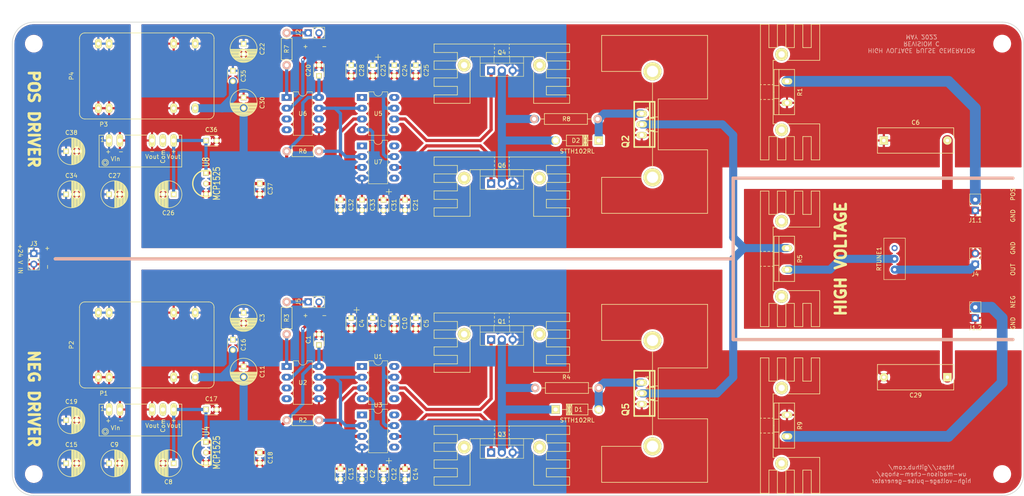
<source format=kicad_pcb>
(kicad_pcb (version 20211014) (generator pcbnew)
  (title_block (title "Pulse Generator, 500 V") (date "2022-05-18") (rev "C") (company "University of Wisconsin-Madison") (comment 1 "Department of Chemistry") (comment 2 "Garand Group") (comment 3 "Blaise Thompson") (comment 4 "Adapted from Nathan M. Hoffman"))
  (layers (0 "F.Cu" signal) (31 "B.Cu" signal) (34 "B.Paste" user) (35 "F.Paste" user) (36 "B.SilkS" user "B.Silkscreen") (37 "F.SilkS" user "F.Silkscreen") (38 "B.Mask" user) (39 "F.Mask" user) (44 "Edge.Cuts" user))
  (net 0 "")
  (net 1 "GND")
  (net 2 "Net-(D2-Pad1)")
  (net 3 "Net-(J4-Pad1)")
  (net 4 "Net-(Q2-Pad2)")
  (net 5 "Net-(R6-Pad1)")
  (net 6 "Net-(R7-Pad1)")
  (net 7 "Net-(R5-Pad1)")
  (net 8 "/sheet5F874D32/COM")
  (net 9 "/Sheet5F8C1FCD/COM")
  (net 10 "+VDC")
  (net 11 "-VDC")
  (net 12 "/sheet5F874D32/TTL-")
  (net 13 "/Sheet5F8C1FCD/TTL-")
  (net 14 "/Sheet5F8C1FCD/-15V")
  (net 15 "/Sheet5F8C1FCD/+15V")
  (net 16 "/Sheet5F8C1FCD/+2P5V")
  (net 17 "Net-(R2-Pad1)")
  (net 18 "/sheet5F874D32/-15V")
  (net 19 "/sheet5F874D32/+15V")
  (net 20 "/sheet5F874D32/+2P5V")
  (net 21 "/sheet5F874D32/TTL+")
  (net 22 "+24V")
  (net 23 "GNDPWR")
  (net 24 "/Sheet5F8C1FCD/TTL+")
  (net 25 "/sheet5F874D32/GATE")
  (net 26 "/Sheet5F8C1FCD/GATE")
  (net 27 "/Sheet5F8C1FCD/+5V")
  (net 28 "Net-(R3-Pad1)")
  (net 29 "/sheet5F874D32/+5V")
  (net 30 "Net-(Q1-Pad1)")
  (net 31 "Net-(Q3-Pad1)")
  (net 32 "Net-(Q4-Pad1)")
  (net 33 "Net-(Q6-Pad1)")
  (net 34 "Net-(D1-Pad2)")
  (footprint "hvhf:ECW-FA2J(10-68)4J" (layer "F.Cu") (at 226.06 48.26)
    (fp_text reference "C6")
    (fp_text value "0.22uF")
  )
  (footprint "hvhf:ECW-FA2J(10-68)4J" (layer "F.Cu") (at 241.06 104.14 180)
    (fp_text reference "C29")
    (fp_text value "0.22uF")
  )
  (footprint "Connector_PinHeader_2.54mm:PinHeader_1x02_P2.54mm_Vertical" (layer "F.Cu") (at 25.4 74.93)
    (fp_text reference "J3")
    (fp_text value "Pin1=24V Pin2=GND")
  )
  (footprint "Connector_PinHeader_2.54mm:PinHeader_1x02_P2.54mm_Vertical" (layer "F.Cu") (at 247.65 77.47 180)
    (fp_text reference "J4")
    (fp_text value "CONN_01X02")
  )
  (footprint "hvhf:Resistor_TO-220_Vertical" (layer "F.Cu") (at 203.2 36.83 90)
    (fp_text reference "R1")
    (fp_text value "50")
  )
  (footprint "hvhf:Resistor_TO-220_Vertical" (layer "F.Cu") (at 203.2 76.2 90)
    (fp_text reference "R5")
    (fp_text value "100")
  )
  (footprint "hvhf:Resistor_TO-220_Vertical" (layer "F.Cu") (at 203.2 115.57 90)
    (fp_text reference "R9")
    (fp_text value "50")
  )
  (footprint "User_Defined:Heatsink_Assmann_V5229x_32x14mm" (layer "F.Cu") (at 201.93 36.83 90)
    (fp_text reference "REF**" hide)
    (fp_text value "Heatsink_Assmann_V5229x_32x14mm")
  )
  (footprint "User_Defined:Heatsink_Assmann_V5229x_32x14mm" (layer "F.Cu") (at 201.93 115.57 90)
    (fp_text reference "REF**" hide)
    (fp_text value "Heatsink_Assmann_V5229x_32x14mm" hide)
  )
  (footprint "User_Defined:Heatsink_Assmann_V5229x_32x14mm" (layer "F.Cu") (at 135.89 93.98)
    (fp_text reference "REF**" hide)
    (fp_text value "Heatsink_Assmann_V5229x_32x14mm")
  )
  (footprint "User_Defined:Heatsink_Ohmite_R_Series-42x25mm" (layer "F.Cu") (at 171.45 107.95 -90)
    (fp_text reference "REF**" hide)
    (fp_text value "Heatsink_Ohmite_R_Series-42x25mm")
  )
  (footprint "MountingHole:MountingHole_3.2mm_M3" (layer "F.Cu") (at 254 127)
    (fp_text reference "REF**" hide)
    (fp_text value "MountingHole_3.2mm_M3" hide)
  )
  (footprint "Package_DIP:DIP-8_W7.62mm_LongPads" (layer "F.Cu") (at 102.87 101.6)
    (fp_text reference "U1")
    (fp_text value "LM7171")
  )
  (footprint "Package_DIP:DIP-8_W7.62mm_LongPads" (layer "F.Cu") (at 85.09 101.6)
    (fp_text reference "U2")
    (fp_text value "ICPL2631")
  )
  (footprint "Potentiometer_THT:Potentiometer_Bourns_3296W_Vertical" (layer "F.Cu") (at 228.6 73.66 90)
    (fp_text reference "RTUNE1")
    (fp_text value "200")
  )
  (footprint "hvhf:C_Tantalum_D3_P2.5" (layer "F.Cu") (at 100.33 90.17 -90)
    (fp_text reference "C4")
    (fp_text value "2.2uF" hide)
  )
  (footprint "hvhf:C_Tantalum_D3_P2.5" (layer "F.Cu") (at 107.95 125.77 -90)
    (fp_text reference "C12")
    (fp_text value "2.2uF" hide)
  )
  (footprint "hvhf:C_Disc_D3_P2.5" (layer "F.Cu") (at 66.04 111.76)
    (fp_text reference "C17")
    (fp_text value "0.1uF")
  )
  (footprint "hvhf:C_Disc_D3_P2.5" (layer "F.Cu") (at 113.03 125.77 -90)
    (fp_text reference "C14")
    (fp_text value "0.01uF")
  )
  (footprint "hvhf:C_Disc_D3_P2.5" (layer "F.Cu") (at 72.39 95.25 -90)
    (fp_text reference "C16")
    (fp_text value "0.01uF")
  )
  (footprint "hvhf:C_Disc_D3_P2.5" (layer "F.Cu") (at 92.71 96.52 90)
    (fp_text reference "C1")
    (fp_text value "0.1uF")
  )
  (footprint "hvhf:C_Disc_D3_P2.5" (layer "F.Cu") (at 97.79 125.73 -90)
    (fp_text reference "C13")
    (fp_text value "1uF")
  )
  (footprint "hvhf:C_Disc_D3_P2.5" (layer "F.Cu") (at 102.87 125.73 -90)
    (fp_text reference "C2")
    (fp_text value "0.01uF")
  )
  (footprint "hvhf:C_Disc_D3_P2.5" (layer "F.Cu") (at 115.57 90.21 -90)
    (fp_text reference "C5")
    (fp_text value "1uF")
  )
  (footprint "MountingHole:MountingHole_3.2mm_M3" (layer "F.Cu") (at 254 25.4)
    (fp_text reference "REF**" hide)
    (fp_text value "MountingHole_3.2mm_M3" hide)
  )
  (footprint "MountingHole:MountingHole_3.2mm_M3" (layer "F.Cu") (at 25.4 127)
    (fp_text reference "REF**" hide)
    (fp_text value "MountingHole_3.2mm_M3" hide)
  )
  (footprint "hvhf:C_Radial_D6.3_L11.2_P2.5" (layer "F.Cu") (at 74.93 88.9 -90)
    (fp_text reference "C3")
    (fp_text value "100uF")
  )
  (footprint "hvhf:C_Radial_D6.3_L11.2_P2.5" (layer "F.Cu") (at 58.42 124.46 180)
    (fp_text reference "C8")
    (fp_text value "100uF")
  )
  (footprint "hvhf:C_Radial_D6.3_L11.2_P2.5" (layer "F.Cu") (at 43.18 124.46)
    (fp_text reference "C9")
    (fp_text value "100uF")
  )
  (footprint "hvhf:C_Radial_D6.3_L11.2_P2.5" (layer "F.Cu") (at 74.93 101.6 -90)
    (fp_text reference "C11")
    (fp_text value "100uF")
  )
  (footprint "hvhf:C_Radial_D6.3_L11.2_P2.5" (layer "F.Cu") (at 33.02 124.46)
    (fp_text reference "C15")
    (fp_text value "100uF")
  )
  (footprint "hvhf:C_Disc_D3_P2.5" (layer "F.Cu") (at 78.74 121.92 -90)
    (fp_text reference "C18")
    (fp_text value "10uF")
  )
  (footprint "hvhf:C_Radial_D6.3_L11.2_P2.5" (layer "F.Cu") (at 33.02 114.3)
    (fp_text reference "C19")
    (fp_text value "100uF")
  )
  (footprint "hvhf:Resistor_Horizontal_RM7mm" (layer "F.Cu") (at 92.71 114.3 180)
    (fp_text reference "R2")
    (fp_text value "365")
  )
  (footprint "hvhf:Resistor_Horizontal_RM7mm" (layer "F.Cu") (at 85.09 93.98 90)
    (fp_text reference "R3")
    (fp_text value "365")
  )
  (footprint "hvhf:TO92-MCP1525" (layer "F.Cu") (at 66.04 121.92 90)
    (fp_text reference "U4")
    (fp_text value "MCP1525")
  )
  (footprint "hvhf:TO92-MCP1525" (layer "F.Cu") (at 66.04 58.42 90)
    (fp_text reference "U8")
    (fp_text value "MCP1525")
  )
  (footprint "hvhf:FQP4N20L" (layer "F.Cu") (at 168.91 107.95 -90)
    (fp_text reference "Q5")
    (fp_text value "FQP13N50" hide)
  )
  (footprint "hvhf:FQP3P20" (layer "F.Cu") (at 168.91 44.45 -90)
    (fp_text reference "Q2")
    (fp_text value "FQP3P50" hide)
  )
  (footprint "User_Defined:Heatsink_Ohmite_R_Series-42x25mm" (layer "F.Cu") (at 171.45 44.45 -90)
    (fp_text reference "REF**" hide)
    (fp_text value "Heatsink_Ohmite_R_Series-42x25mm")
  )
  (footprint "hvhf:C_Disc_D3_P2.5" (layer "F.Cu") (at 66.04 48.3)
    (fp_text reference "C36")
    (fp_text value "0.1uF")
  )
  (footprint "hvhf:DCDC-Conv_CUI_PEM2_DUAL" (layer "F.Cu") (at 43.18 111.76)
    (fp_text reference "P1")
    (fp_text value "PEM2-S24-S5-S")
  )
  (footprint "Connector_PinHeader_2.54mm:PinHeader_1x02_P2.54mm_Vertical" (layer "F.Cu") (at 90.17 86.36 90)
    (fp_text reference "J5")
    (fp_text value "Pin1=TTL Pin2=GND")
  )
  (footprint "User_Defined:Heatsink_Assmann_V5229x_32x14mm" (layer "F.Cu") (at 201.93 76.2 90)
    (fp_text reference "REF**" hide)
    (fp_text value "Heatsink_Assmann_V5229x_32x14mm")
  )
  (footprint "Package_DIP:DIP-8_W7.62mm_LongPads" (layer "F.Cu") (at 102.87 113.03)
    (fp_text reference "U3")
    (fp_text value "LM7171")
  )
  (footprint "hvhf:JCJ0824D15" (layer "F.Cu") (at 50.8 96.52 90)
    (fp_text reference "P2")
    (fp_text value "JCJ0824D15" hide)
  )
  (footprint "hvhf:C_Disc_D3_P2.5" (layer "F.Cu") (at 105.41 90.17 -90)
    (fp_text reference "C7")
    (fp_text value "0.01uF")
  )
  (footprint "hvhf:C_Disc_D3_P2.5" (layer "F.Cu") (at 110.49 90.17 -90)
    (fp_text reference "C10")
    (fp_text value "0.01uF")
  )
  (footprint "Package_TO_SOT_THT:TO-220-3_Vertical" (layer "F.Cu") (at 133.35 95.25)
    (fp_text reference "Q1")
    (fp_text value "IRF9610PBF")
  )
  (footprint "Package_TO_SOT_THT:TO-220-3_Vertical" (layer "F.Cu") (at 133.35 121.92)
    (fp_text reference "Q3")
    (fp_text value "IRF710PBF")
  )
  (footprint "hvhf:Diode_DO-41_SOD81_Horizontal_RM10" (layer "F.Cu") (at 148.59 111.76254)
    (fp_text reference "D1")
    (fp_text value "STTH102RL")
  )
  (footprint "hvhf:Resistor_Horizontal_RM15mm" (layer "F.Cu") (at 158.75 106.68 180)
    (fp_text reference "R4")
    (fp_text value "5.1")
  )
  (footprint "Connector_PinHeader_2.54mm:PinHeader_1x02_P2.54mm_Vertical" (layer "F.Cu") (at 247.65 90.17 180)
    (fp_text reference "J1.2")
    (fp_text value "Pin1=24V Pin2=GND")
  )
  (footprint "Connector_PinHeader_2.54mm:PinHeader_1x02_P2.54mm_Vertical" (layer "F.Cu") (at 247.65 64.77 180)
    (fp_text reference "J1.1")
    (fp_text value "Pin1=24V Pin2=GND")
  )
  (footprint "hvhf:C_Disc_D3_P2.5" (layer "F.Cu") (at 92.71 32.98 90)
    (fp_text reference "C20")
    (fp_text value "0.1uF")
  )
  (footprint "hvhf:C_Disc_D3_P2.5" (layer "F.Cu") (at 113.03 62.23 -90)
    (fp_text reference "C21")
    (fp_text value "0.01uF")
  )
  (footprint "hvhf:C_Tantalum_D3_P2.5" (layer "F.Cu") (at 105.41 30.48 -90)
    (fp_text reference "C23")
    (fp_text value "2.2uF" hide)
  )
  (footprint "hvhf:C_Disc_D3_P2.5" (layer "F.Cu") (at 110.49 30.48 -90)
    (fp_text reference "C24")
    (fp_text value "1uF")
  )
  (footprint "hvhf:C_Disc_D3_P2.5" (layer "F.Cu") (at 115.57 30.48 -90)
    (fp_text reference "C25")
    (fp_text value "0.01uF")
  )
  (footprint "hvhf:C_Disc_D3_P2.5" (layer "F.Cu") (at 100.33 30.48 -90)
    (fp_text reference "C28")
    (fp_text value "0.01uF")
  )
  (footprint "Connector_PinHeader_2.54mm:PinHeader_1x02_P2.54mm_Vertical" (layer "F.Cu") (at 90.17 22.86 90)
    (fp_text reference "J2")
    (fp_text value "Pin1=TTL Pin2=GND")
  )
  (footprint "hvhf:C_Radial_D6.3_L11.2_P2.5" (layer "F.Cu") (at 33.02 60.96)
    (fp_text reference "C34")
    (fp_text value "100uF")
  )
  (footprint "Package_TO_SOT_THT:TO-220-3_Vertical" (layer "F.Cu") (at 133.35 31.75)
    (fp_text reference "Q4")
    (fp_text value "IRF9610PBF")
  )
  (footprint "hvhf:C_Disc_D3_P2.5" (layer "F.Cu") (at 78.74 58.42 -90)
    (fp_text reference "C37")
    (fp_text value "10uF")
  )
  (footprint "hvhf:C_Radial_D6.3_L11.2_P2.5" (layer "F.Cu") (at 74.93 38.1 -90)
    (fp_text reference "C30")
    (fp_text value "100uF")
  )
  (footprint "hvhf:C_Disc_D3_P2.5" (layer "F.Cu") (at 102.87 62.23 -90)
    (fp_text reference "C33")
    (fp_text value "0.01uF")
  )
  (footprint "hvhf:C_Disc_D3_P2.5" (layer "F.Cu") (at 72.39 31.79 -90)
    (fp_text reference "C35")
    (fp_text value "0.01uF")
  )
  (footprint "hvhf:Resistor_Horizontal_RM7mm" (layer "F.Cu") (at 85.09 30.48 90)
    (fp_text reference "R7")
    (fp_text value "365")
  )
  (footprint "User_Defined:Heatsink_Assmann_V5229x_32x14mm" (layer "F.Cu") (at 135.89 30.48)
    (fp_text reference "REF**" hide)
    (fp_text value "Heatsink_Assmann_V5229x_32x14mm")
  )
  (footprint "User_Defined:Heatsink_Assmann_V5229x_32x14mm" (layer "F.Cu") (at 135.89 57.15)
    (fp_text reference "REF**" hide)
    (fp_text value "Heatsink_Assmann_V5229x_32x14mm")
  )
  (footprint "Package_DIP:DIP-8_W7.62mm_LongPads" (layer "F.Cu") (at 102.87 38.1)
    (fp_text reference "U5")
    (fp_text value "LM7171")
  )
  (footprint "Package_DIP:DIP-8_W7.62mm_LongPads" (layer "F.Cu") (at 102.87 49.53)
    (fp_text reference "U7")
    (fp_text value "LM7171")
  )
  (footprint "Package_TO_SOT_THT:TO-220-3_Vertical" (layer "F.Cu") (at 133.35 58.42)
    (fp_text reference "Q6")
    (fp_text value "IRF710PBF")
  )
  (footprint "hvhf:DCDC-Conv_CUI_PEM2_DUAL" (layer "F.Cu") (at 43.16984 48.26)
    (fp_text reference "P3")
    (fp_text value "PEM2-S24-S5-S")
  )
  (footprint "hvhf:Resistor_Horizontal_RM7mm" (layer "F.Cu") (at 92.71 50.8 180)
    (fp_text reference "R6")
    (fp_text value "365")
  )
  (footprint "hvhf:C_Radial_D6.3_L11.2_P2.5" (layer "F.Cu") (at 33.02 50.8)
    (fp_text reference "C38")
    (fp_text value "100uF")
  )
  (footprint "Package_DIP:DIP-8_W7.62mm_LongPads" (layer "F.Cu") (at 85.09 38.1)
    (fp_text reference "U6")
    (fp_text value "ICPL2631")
  )
  (footprint "hvhf:C_Radial_D6.3_L11.2_P2.5" (layer "F.Cu") (at 58.42 60.96 180)
    (fp_text reference "C26")
    (fp_text value "100uF")
  )
  (footprint "hvhf:JCJ0824D15" (layer "F.Cu") (at 50.8 33.02 90)
    (fp_text reference "P4")
    (fp_text value "JCJ0824D15" hide)
  )
  (footprint "hvhf:C_Tantalum_D3_P2.5" (layer "F.Cu") (at 107.95 62.27 -90)
    (fp_text reference "C31")
    (fp_text value "2.2uF" hide)
  )
  (footprint "hvhf:C_Disc_D3_P2.5" (layer "F.Cu") (at 97.79 62.23 -90)
    (fp_text reference "C32")
    (fp_text value "1uF")
  )
  (footprint "hvhf:C_Radial_D6.3_L11.2_P2.5" (layer "F.Cu") (at 74.93 25.4 -90)
    (fp_text reference "C22")
    (fp_text value "100uF")
  )
  (footprint "hvhf:C_Radial_D6.3_L11.2_P2.5" (layer "F.Cu") (at 43.18 60.96)
    (fp_text reference "C27")
    (fp_text value "100uF")
  )
  (footprint "hvhf:Resistor_Horizontal_RM15mm" (layer "F.Cu") (at 143.51 43.18)
    (fp_text reference "R8")
    (fp_text value "5.1")
  )
  (footprint "hvhf:Diode_DO-41_SOD81_Horizontal_RM10" (layer "F.Cu") (at 158.75 48.26 180)
    (fp_text reference "D2")
    (fp_text value "STTH102RL")
  )
  (footprint "User_Defined:Heatsink_Assmann_V5229x_32x14mm" (layer "F.Cu") (at 135.89 120.65)
    (fp_text reference "REF**" hide)
    (fp_text value "Heatsink_Assmann_V5229x_32x14mm")
  )
  (footprint "MountingHole:MountingHole_3.2mm_M3" (layer "F.Cu") (at 25.4 25.4)
    (fp_text reference "REF**" hide)
    (fp_text value "MountingHole_3.2mm_M3" hide)
  )
  (gr_line (start 190.5 95.25) (end 256.54 95.25) (layer "B.SilkS") (width 0.762))
  (gr_line (start 190.5 57.15) (end 256.54 57.15) (layer "B.SilkS") (width 0.762))
  (gr_line (start 190.5 76.2) (end 190.5 95.25) (layer "B.SilkS") (width 0.762))
  (gr_line (start 190.5 57.15) (end 190.5 76.2) (layer "B.SilkS") (width 0.762))
  (gr_line (start 190.5 76.2) (end 30.48 76.2) (layer "B.SilkS") (width 0.762))
  (gr_line (start 190.5 95.25) (end 190.5 76.2) (layer "F.SilkS") (width 0.762))
  (gr_line (start 190.5 76.2) (end 190.5 57.15) (layer "F.SilkS") (width 0.762))
  (gr_line (start 190.5 76.2) (end 30.48 76.2) (layer "F.SilkS") (width 0.762))
  (gr_line (start 190.5 95.25) (end 256.54 95.25) (layer "F.SilkS") (width 0.762))
  (gr_line (start 190.5 57.15) (end 256.54 57.15) (layer "F.SilkS") (width 0.762))
  (gr_line (start 20.32 127) (end 20.32 25.4) (layer "Edge.Cuts") (width 0.15))
  (gr_arc (start 254 20.32) (mid 257.592102 21.807898) (end 259.08 25.4) (layer "Edge.Cuts") (width 0.15))
  (gr_arc (start 259.08 127) (mid 257.592102 130.592102) (end 254 132.08) (layer "Edge.Cuts") (width 0.15))
  (gr_line (start 254 20.32) (end 25.4 20.32) (layer "Edge.Cuts") (width 0.15))
  (gr_line (start 259.08 25.4) (end 259.08 127) (layer "Edge.Cuts") (width 0.15))
  (gr_line (start 254 132.08) (end 25.4 132.08) (layer "Edge.Cuts") (width 0.15))
  (gr_arc (start 25.4 132.08) (mid 21.807898 130.592102) (end 20.32 127) (layer "Edge.Cuts") (width 0.15))
  (gr_arc (start 20.32 25.4) (mid 21.807898 21.807898) (end 25.4 20.32) (layer "Edge.Cuts") (width 0.15))
  (gr_text "HIGH VOLTAGE PULSE GENERATOR\nREVISION C\nMAY 2022" (at 234.95 25.4 180) (layer "B.SilkS") (effects (font (size 1 1)) (justify mirror)))
  (gr_text "https://github.com/\nuw-madison-chem-shops/\nhigh-voltage-pulse-generator" (at 234.95 127) (layer "B.SilkS") (effects (font (size 1 1)) (justify mirror)))
  (gr_text "POS DRIVER" (at 25.4 43.18 270) (layer "F.SilkS") (effects (font (size 2.54 2.54) (thickness 0.635))))
  (gr_text "-" (at 28.575 78.105 90) (layer "F.SilkS") (effects (font (size 1 1)) (justify mirror)))
  (gr_text "+" (at 89.535 89.535) (layer "F.SilkS") (effects (font (size 1 1)) (justify mirror)))
  (gr_text "-" (at 93.98 89.535) (layer "F.SilkS") (effects (font (size 1 1)) (justify mirror)))
  (gr_text "GND" (at 256.54 73.66 90) (layer "F.SilkS") (effects (font (size 1 1))))
  (gr_text "HIGH VOLTAGE" (at 215.9 76.2 90) (layer "F.SilkS") (effects (font (size 2.54 2.54) (thickness 0.635))))
  (gr_text "NEG" (at 256.54 86.36 90) (layer "F.SilkS") (effects (font (size 1 1))))
  (gr_text "POS" (at 256.54 60.96 90) (layer "F.SilkS") (effects (font (size 1 1))))
  (gr_text "+" (at 89.535 26.035) (layer "F.SilkS") (effects (font (size 1 1)) (justify mirror)))
  (gr_text "-" (at 93.98 26.035) (layer "F.SilkS") (effects (font (size 1 1)) (justify mirror)))
  (gr_text "OUT" (at 256.54 78.74 90) (layer "F.SilkS") (effects (font (size 1 1))))
  (gr_text "GND" (at 256.54 66.04 90) (layer "F.SilkS") (effects (font (size 1 1))))
  (gr_text "NEG DRIVER" (at 25.4 109.22 270) (layer "F.SilkS") (effects (font (size 2.54 2.54) (thickness 0.635))))
  (gr_text "+" (at 28.575 73.66) (layer "F.SilkS") (effects (font (size 1 1)) (justify mirror)))
  (gr_text "+24 V IN" (at 22.225 76.2 270) (layer "F.SilkS") (effects (font (size 1 1))))
  (gr_text "GND" (at 256.54 91.44 90) (layer "F.SilkS") (effects (font (size 1 1))))
  (segment (start 241.06 90.41) (end 241.3 90.17) (width 0.762) (layer "F.Cu") (net 1))
  (segment (start 241.06 73.9) (end 241.06 90.41) (width 2.54) (layer "F.Cu") (net 1))
  (segment (start 247.65 74.93) (end 242.09 74.93) (width 1.905) (layer "F.Cu") (net 1))
  (segment (start 241.06 65.01) (end 241.3 64.77) (width 0.762) (layer "F.Cu") (net 1))
  (segment (start 242.09 74.93) (end 241.06 73.9) (width 0.762) (layer "F.Cu") (net 1))
  (segment (start 241.06 90.41) (end 241.06 104.14) (width 2.54) (layer "F.Cu") (net 1))
  (segment (start 241.06 66.28) (end 241.06 73.9) (width 2.54) (layer "F.Cu") (net 1))
  (segment (start 241.06 65.01) (end 241.06 66.28) (width 2.54) (layer "F.Cu") (net 1))
  (segment (start 241.3 90.17) (end 247.65 90.17) (width 1.905) (layer "F.Cu") (net 1))
  (segment (start 241.06 66.28) (end 241.3 66.04) (width 0.762) (layer "F.Cu") (net 1))
  (segment (start 241.06 48.26) (end 241.06 65.01) (width 2.54) (layer "F.Cu") (net 1))
  (segment (start 241.3 64.77) (end 247.65 64.77) (width 1.905) (layer "F.Cu") (net 1))
  (segment (start 168.91 41.91) (end 160.02 41.91) (width 1.905) (layer "B.Cu") (net 2))
  (segment (start 160.02 41.91) (end 158.75 43.18) (width 1.905) (layer "B.Cu") (net 2))
  (segment (start 158.75 43.18) (end 158.75 48.25746) (width 1.905) (layer "B.Cu") (net 2))
  (segment (start 228.6 78.74) (end 246.38 78.74) (width 1.905) (layer "B.Cu") (net 3))
  (segment (start 246.38 78.74) (end 247.65 77.47) (width 1.905) (layer "B.Cu") (net 3))
  (segment (start 193.04 73.66) (end 190.5 71.12) (width 1.905) (layer "B.Cu") (net 4))
  (segment (start 193.04 73.66) (end 190.5 76.2) (width 1.905) (layer "B.Cu") (net 4))
  (segment (start 168.91 44.45) (end 187.96 44.45) (width 1.905) (layer "B.Cu") (net 4))
  (segment (start 190.5 104.14) (end 190.5 76.2) (width 1.905) (layer "B.Cu") (net 4))
  (segment (start 187.96 44.45) (end 190.5 46.99) (width 1.905) (layer "B.Cu") (net 4))
  (segment (start 190.5 46.99) (end 190.5 71.12) (width 1.905) (layer "B.Cu") (net 4))
  (segment (start 186.69 107.95) (end 168.91 107.95) (width 1.905) (layer "B.Cu") (net 4))
  (segment (start 203.2 73.66) (end 193.04 73.66) (width 1.905) (layer "B.Cu") (net 4))
  (segment (start 186.69 107.95) (end 190.5 104.14) (width 1.905) (layer "B.Cu") (net 4))
  (segment (start 99.06 52.07) (end 102.87 52.07) (width 0.762) (layer "B.Cu") (net 5))
  (segment (start 97.79 50.8) (end 99.06 52.07) (width 0.762) (layer "B.Cu") (net 5))
  (segment (start 96.52 40.64) (end 102.87 40.64) (width 0.762) (layer "B.Cu") (net 5))
  (segment (start 92.71 40.64) (end 96.52 40.64) (width 0.762) (layer "B.Cu") (net 5))
  (segment (start 96.52 40.64) (end 97.79 41.91) (width 0.762) (layer "B.Cu") (net 5))
  (segment (start 97.79 50.8) (end 92.71 50.8) (width 0.762) (layer "B.Cu") (net 5))
  (segment (start 97.79 41.91) (end 97.79 50.8) (width 0.762) (layer "B.Cu") (net 5))
  (segment (start 85.09 30.48) (end 85.09 38.1) (width 0.762) (layer "B.Cu") (net 6))
  (segment (start 203.2 78.74) (end 213.36 78.74) (width 1.905) (layer "B.Cu") (net 7))
  (segment (start 213.36 78.74) (end 215.9 76.2) (width 1.905) (layer "B.Cu") (net 7))
  (segment (start 215.9 76.2) (end 228.6 76.2) (width 1.905) (layer "B.Cu") (net 7))
  (segment (start 247.65 40.64) (end 247.65 62.23) (width 2.54) (layer "B.Cu") (net 10))
  (segment (start 241.3 34.29) (end 247.65 40.64) (width 2.54) (layer "B.Cu") (net 10))
  (segment (start 203.2 34.29) (end 241.3 34.29) (width 2.54) (layer "B.Cu") (net 10))
  (segment (start 241.3 118.11) (end 254 105.41) (width 2.54) (layer "B.Cu") (net 11))
  (segment (start 203.2 118.11) (end 241.3 118.11) (width 2.54) (layer "B.Cu") (net 11))
  (segment (start 251.46 87.63) (end 247.65 87.63) (width 2.54) (layer "B.Cu") (net 11))
  (segment (start 254 105.41) (end 254 90.17) (width 2.54) (layer "B.Cu") (net 11))
  (segment (start 254 90.17) (end 251.46 87.63) (width 2.54) (layer "B.Cu") (net 11))
  (segment (start 92.71 25.4) (end 92.71 22.86) (width 0.762) (layer "F.Cu") (net 12))
  (segment (start 88.9 29.21) (end 92.71 25.4) (width 0.762) (layer "F.Cu") (net 12))
  (via (at 88.9 29.21) (size 0.6) (drill 0.4) (layers "F.Cu" "B.Cu") (net 12))
  (segment (start 88.9 29.21) (end 88.9 37.661602) (width 0.762) (layer "B.Cu") (net 12))
  (segment (start 88.9 37.661602) (end 85.921602 40.64) (width 0.762) (layer "B.Cu") (net 12))
  (segment (start 85.921602 40.64) (end 85.09 40.64) (width 0.762) (layer "B.Cu") (net 12))
  (segment (start 92.71 88.9) (end 92.71 86.36) (width 0.762) (layer "F.Cu") (net 13))
  (segment (start 88.9 92.71) (end 92.71 88.9) (width 0.762) (layer "F.Cu") (net 13))
  (via (at 88.9 92.71) (size 0.6) (drill 0.4) (layers "F.Cu" "B.Cu") (net 13))
  (segment (start 86.36 104.14) (end 88.9 101.6) (width 0.762) (layer "B.Cu") (net 13))
  (segment (start 85.09 104.14) (end 86.36 104.14) (width 0.762) (layer "B.Cu") (net 13))
  (segment (start 88.9 101.6) (end 88.9 92.71) (width 0.762) (layer "B.Cu") (net 13))
  (segment (start 104.832 120.65) (end 102.87 120.65) (width 0.762) (layer "B.Cu") (net 14))
  (segment (start 105.45 109.838) (end 104.832 109.22) (width 0.762) (layer "B.Cu") (net 14))
  (segment (start 97.79 128.23) (end 105.45 128.23) (width 0.762) (layer "B.Cu") (net 14))
  (segment (start 63.5 104.14) (end 69.85 104.14) (width 1.905) (layer "B.Cu") (net 14))
  (segment (start 74.89 104.14) (end 74.93 104.1) (width 0.762) (layer "B.Cu") (net 14))
  (segment (start 112.99 128.23) (end 113.03 128.27) (width 0.762) (layer "B.Cu") (net 14))
  (segment (start 72.39 101.6) (end 69.85 104.14) (width 1.905) (layer "B.Cu") (net 14))
  (segment (start 69.85 104.14) (end 72.39 104.14) (width 1.905) (layer "B.Cu") (net 14))
  (segment (start 105.45 128.23) (end 112.99 128.23) (width 0.762) (layer "B.Cu") (net 14))
  (segment (start 105.45 128.23) (end 105.45 121.268) (width 0.762) (layer "B.Cu") (net 14))
  (segment (start 72.39 104.14) (end 74.89 104.14) (width 1.905) (layer "B.Cu") (net 14))
  (segment (start 74.93 104.1) (end 74.93 127) (width 1.905) (layer "B.Cu") (net 14))
  (segment (start 104.832 109.22) (end 102.87 109.22) (width 0.762) (layer "B.Cu") (net 14))
  (segment (start 105.45 121.268) (end 105.45 109.838) (width 0.762) (layer "B.Cu") (net 14))
  (segment (start 72.39 97.75) (end 72.39 101.6) (width 1.905) (layer "B.Cu") (net 14))
  (segment (start 105.45 121.268) (end 104.832 120.65) (width 0.762) (layer "B.Cu") (net 14))
  (segment (start 112.99 90.17) (end 113.03 90.21) (width 0.762) (layer "B.Cu") (net 15))
  (segment (start 107.95 90.17) (end 107.95 102.87) (width 0.762) (layer "B.Cu") (net 15))
  (segment (start 107.95 103.562) (end 108.528 104.14) (width 0.762) (layer "B.Cu") (net 15))
  (segment (start 107.95 114.992) (end 108.528 115.57) (width 0.762) (layer "B.Cu") (net 15))
  (segment (start 107.95 102.87) (end 107.95 103.562) (width 0.762) (layer "B.Cu") (net 15))
  (segment (start 108.528 104.14) (end 110.49 104.14) (width 0.762) (layer "B.Cu") (net 15))
  (segment (start 107.95 102.87) (end 107.95 114.992) (width 0.762) (layer "B.Cu") (net 15))
  (segment (start 100.33 90.17) (end 107.95 90.17) (width 0.762) (layer "B.Cu") (net 15))
  (segment (start 107.95 90.17) (end 115.53 90.17) (width 0.762) (layer "B.Cu") (net 15))
  (segment (start 108.528 115.57) (end 110.49 115.57) (width 0.762) (layer "B.Cu") (net 15))
  (segment (start 97.79 109.798) (end 100.908 106.68) (width 0.762) (layer "F.Cu") (net 16))
  (segment (start 66.04 121.92) (end 78.74 121.92) (width 0.762) (layer "F.Cu") (net 16))
  (segment (start 93.98 121.92) (end 97.79 118.11) (width 0.762) (layer "F.Cu") (net 16))
  (segment (start 78.74 121.92) (end 93.98 121.92) (width 0.762) (layer "F.Cu") (net 16))
  (segment (start 100.908 106.68) (end 102.87 106.68) (width 0.762) (layer "F.Cu") (net 16))
  (segment (start 97.79 118.11) (end 97.79 109.798) (width 0.762) (layer "F.Cu") (net 16))
  (segment (start 97.79 118.11) (end 102.87 118.11) (width 0.762) (layer "F.Cu") (net 16))
  (segment (start 96.52 104.14) (end 97.79 105.41) (width 0.762) (layer "B.Cu") (net 17))
  (segment (start 97.79 105.41) (end 97.79 114.3) (width 0.762) (layer "B.Cu") (net 17))
  (segment (start 92.71 114.3) (end 97.79 114.3) (width 0.762) (layer "B.Cu") (net 17))
  (segment (start 97.79 114.3) (end 99.06 115.57) (width 0.762) (layer "B.Cu") (net 17))
  (segment (start 99.06 115.57) (end 102.87 115.57) (width 0.762) (layer "B.Cu") (net 17))
  (segment (start 96.52 104.14) (end 102.87 104.14) (width 0.762) (layer "B.Cu") (net 17))
  (segment (start 92.71 104.14) (end 96.52 104.14) (width 0.762) (layer "B.Cu") (net 17))
  (segment (start 138.43 58.42) (end 138.43 63.5) (width 1.905) (layer "B.Cu") (net 18))
  (segment (start 102.87 57.15) (end 104.832 57.15) (width 0.762) (layer "B.Cu") (net 18))
  (segment (start 104.832 57.15) (end 105.41 57.728) (width 0.762) (layer "B.Cu") (net 18))
  (segment (start 105.37 64.73) (end 105.37 46.258) (width 0.762) (layer "B.Cu") (net 18))
  (segment (start 105.37 46.258) (end 104.832 45.72) (width 0.762) (layer "B.Cu") (net 18))
  (segment (start 104.832 45.72) (end 102.87 45.72) (width 0.762) (layer "B.Cu") (net 18))
  (segment (start 74.93 40.6) (end 74.93 63.5) (width 1.905) (layer "B.Cu") (net 18))
  (segment (start 74.93 63.5) (end 80.01 68.58) (width 1.905) (layer "B.Cu") (net 18))
  (segment (start 133.35 68.58) (end 105.41 68.58) (width 1.905) (layer "B.Cu") (net 18))
  (segment (start 138.43 63.5) (end 133.35 68.58) (width 1.905) (layer "B.Cu") (net 18))
  (segment (start 105.45 64.73) (end 105.41 64.77) (width 0.762) (layer "B.Cu") (net 18))
  (segment (start 105.41 68.58) (end 105.41 64.77) (width 0.762) (layer "B.Cu") (net 18))
  (segment (start 105.37 64.73) (end 105.41 64.77) (width 0.762) (layer "B.Cu") (net 18))
  (segment (start 63.5 40.64) (end 69.85 40.64) (width 1.905) (layer "B.Cu") (net 18))
  (segment (start 72.39 34.29) (end 72.39 38.1) (width 1.905) (layer "B.Cu") (net 18))
  (segment (start 69.85 40.64) (end 72.39 40.64) (width 1.905) (layer "B.Cu") (net 18))
  (segment (start 72.39 38.1) (end 69.85 40.64) (width 1.905) (layer "B.Cu") (net 18))
  (segment (start 72.39 40.64) (end 74.89 40.64) (width 1.905) (layer "B.Cu") (net 18))
  (segment (start 105.41 68.58) (end 100.33 68.58) (width 1.905) (layer "B.Cu") (net 18))
  (segment (start 80.01 68.58) (end 100.33 68.58) (width 1.905) (layer "B.Cu") (net 18))
  (segment (start 74.89 40.64) (end 74.93 40.6) (width 0.762) (layer "B.Cu") (net 18))
  (segment (start 100.33 30.48) (end 107.95 30.48) (width 0.762) (layer "B.Cu") (net 19))
  (segment (start 107.95 30.48) (end 115.57 30.48) (width 0.762) (layer "B.Cu") (net 19))
  (segment (start 107.95 33.02) (end 107.95 30.48) (width 0.762) (layer "B.Cu") (net 19))
  (segment (start 107.95 33.02) (end 107.95 38.1) (width 0.762) (layer "B.Cu") (net 19))
  (segment (start 107.95 40.062) (end 107.95 38.1) (width 0.762) (layer "B.Cu") (net 19))
  (segment (start 107.95 38.1) (end 107.95 51.492) (width 0.762) (layer "B.Cu") (net 19))
  (segment (start 110.49 40.64) (end 108.528 40.64) (width 0.762) (layer "B.Cu") (net 19))
  (segment (start 108.528 40.64) (end 107.95 40.062) (width 0.762) (layer "B.Cu") (net 19))
  (segment (start 107.95 51.492) (end 108.528 52.07) (width 0.762) (layer "B.Cu") (net 19))
  (segment (start 108.528 52.07) (end 110.49 52.07) (width 0.762) (layer "B.Cu") (net 19))
  (segment (start 97.79 54.61) (end 97.79 46.298) (width 0.762) (layer "F.Cu") (net 20))
  (segment (start 97.79 46.298) (end 100.908 43.18) (width 0.762) (layer "F.Cu") (net 20))
  (segment (start 100.908 43.18) (end 102.87 43.18) (width 0.762) (layer "F.Cu") (net 20))
  (segment (start 93.98 58.42) (end 97.79 54.61) (width 0.762) (layer "F.Cu") (net 20))
  (segment (start 97.79 54.61) (end 102.87 54.61) (width 0.762) (layer "F.Cu") (net 20))
  (segment (start 78.74 58.42) (end 93.98 58.42) (width 0.762) (layer "F.Cu") (net 20))
  (segment (start 66.04 58.42) (end 78.74 58.42) (width 0.762) (layer "F.Cu") (net 20))
  (segment (start 85.09 22.86) (end 90.17 22.86) (width 0.762) (layer "B.Cu") (net 21))
  (segment (start 45.72 60.92) (end 45.68 60.96) (width 0.762) (layer "B.Cu") (net 23))
  (segment (start 90.17 86.36) (end 85.09 86.36) (width 0.762) (layer "B.Cu") (net 24))
  (segment (start 135.89 43.18) (end 135.89 31.75) (width 1.905) (layer "B.Cu") (net 25))
  (segment (start 135.89 43.18) (end 135.89 48.26) (width 1.905) (layer "B.Cu") (net 25))
  (segment (start 135.89 48.26) (end 135.89 58.42) (width 1.905) (layer "B.Cu") (net 25))
  (segment (start 148.59 48.25746) (end 135.89254 48.25746) (width 1.905) (layer "B.Cu") (net 25))
  (segment (start 135.89254 48.25746) (end 135.89 48.26) (width 0.762) (layer "B.Cu") (net 25))
  (segment (start 143.75 43.18) (end 135.89 43.18) (width 1.905) (layer "B.Cu") (net 25))
  (segment (start 143.75 106.68) (end 135.89 106.68) (width 1.905) (layer "B.Cu") (net 26))
  (segment (start 135.89254 111.75746) (end 135.89 111.76) (width 0.762) (layer "B.Cu") (net 26))
  (segment (start 135.89 106.68) (end 135.89 111.76) (width 1.905) (layer "B.Cu") (net 26))
  (segment (start 135.89 111.76) (end 135.89 121.92) (width 1.905) (layer "B.Cu") (net 26))
  (segment (start 148.59 111.75746) (end 135.89254 111.75746) (width 1.905) (layer "B.Cu") (net 26))
  (segment (start 135.89 95.25) (end 135.89 106.68) (width 1.905) (layer "B.Cu") (net 26))
  (segment (start 66.04 119.4181) (end 79.9719 119.4181) (width 0.762) (layer "F.Cu") (net 27))
  (segment (start 79.9719 119.4181) (end 85.09 114.3) (width 0.762) (layer "F.Cu") (net 27))
  (segment (start 88.9 103.448) (end 90.748 101.6) (width 0.762) (layer "B.Cu") (net 27))
  (segment (start 58.42 111.76) (end 58.42 124.46) (width 0.762) (layer "B.Cu") (net 27))
  (segment (start 88.9 110.49) (end 88.9 103.448) (width 0.762) (layer "B.Cu") (net 27))
  (segment (start 90.748 101.6) (end 92.71 101.6) (width 0.762) (layer "B.Cu") (net 27))
  (segment (start 66.04 111.76) (end 66.04 119.4181) (width 0.762) (layer "B.Cu") (net 27))
  (segment (start 92.71 96.52) (end 92.71 101.6) (width 0.762) (layer "B.Cu") (net 27))
  (segment (start 58.42 111.76) (end 66.04 111.76) (width 0.762) (layer "B.Cu") (net 27))
  (segment (start 85.09 114.3) (end 88.9 110.49) (width 0.762) (layer "B.Cu") (net 27))
  (segment (start 85.09 93.98) (end 85.09 101.6) (width 0.762) (layer "B.Cu") (net 28))
  (segment (start 83.7819 55.9181) (end 85.09 54.61) (width 0.762) (layer "F.Cu") (net 29))
  (segment (start 85.09 54.61) (end 85.09 50.8) (width 0.762) (layer "F.Cu") (net 29))
  (segment (start 66.04 55.9181) (end 83.7819 55.9181) (width 0.762) (layer "F.Cu") (net 29))
  (segment (start 92.71 32.98) (end 92.71 38.1) (width 0.762) (layer "B.Cu") (net 29))
  (segment (start 58.40984 48.26) (end 58.40984 60.94984) (width 0.762) (layer "B.Cu") (net 29))
  (segment (start 85.09 50.8) (end 88.9 46.99) (width 0.762) (layer "B.Cu") (net 29))
  (segment (start 88.9 46.99) (end 88.9 39.37) (width 0.762) (layer "B.Cu") (net 29))
  (segment (start 88.9 39.37) (end 90.17 38.1) (width 0.762) (layer "B.Cu") (net 29))
  (segment (start 90.17 38.1) (end 92.71 38.1) (width 0.762) (layer "B.Cu") (net 29))
  (segment (start 66.04 55.9181) (end 66.04 48.3) (width 0.762) (layer "B.Cu") (net 29))
  (segment (start 58.40984 48.26) (end 66 48.26) (width 0.762) (layer "B.Cu") (net 29))
  (segment (start 58.40984 60.94984) (end 58.42 60.96) (width 0.762) (layer "B.Cu") (net 29))
  (segment (start 58.44794 48.2981) (end 58.40984 48.26) (width 0.762) (layer "B.Cu") (net 29))
  (segment (start 66 48.26) (end 66.04 48.3) (width 0.762) (layer "B.Cu") (net 29))
  (segment (start 110.49 106.68) (end 113.03 106.68) (width 0.762) (layer "F.Cu") (net 30))
  (segment (start 133.35 109.22) (end 133.35 95.25) (width 0.762) (layer "F.Cu") (net 30))
  (segment (start 113.03 106.68) (end 118.11 111.76) (width 0.762) (layer "F.Cu") (net 30))
  (segment (start 130.81 111.76) (end 133.35 109.22) (width 0.762) (layer "F.Cu") (net 30))
  (segment (start 118.11 111.76) (end 130.81 111.76) (width 0.762) (layer "F.Cu") (net 30))
  (segment (start 110.49 118.11) (end 113.03 118.11) (width 0.762) (layer "F.Cu") (net 31))
  (segment (start 113.03 118.11) (end 118.11 113.03) (width 0.762) (layer "F.Cu") (net 31))
  (segment (start 118.11 113.03) (end 130.81 113.03) (width 0.762) (layer "F.Cu") (net 31))
  (segment (start 130.81 113.03) (end 133.35 115.57) (width 0.762) (layer "F.Cu") (net 31))
  (segment (start 133.35 115.57) (end 133.35 121.92) (width 0.762) (layer "F.Cu") (net 31))
  (segment (start 130.81 48.26) (end 133.35 45.72) (width 0.762) (layer "F.Cu") (net 32))
  (segment (start 133.35 45.72) (end 133.35 31.75) (width 0.762) (layer "F.Cu") (net 32))
  (segment (start 118.11 48.26) (end 130.81 48.26) (width 0.762) (layer "F.Cu") (net 32))
  (segment (start 113.03 43.18) (end 118.11 48.26) (width 0.762) (layer "F.Cu") (net 32))
  (segment (start 110.49 43.18) (end 113.03 43.18) (width 0.762) (layer "F.Cu") (net 32))
  (segment (start 133.35 52.07) (end 133.35 58.42) (width 0.762) (layer "F.Cu") (net 33))
  (segment (start 130.81 49.53) (end 133.35 52.07) (width 0.762) (layer "F.Cu") (net 33))
  (segment (start 118.11 49.53) (end 130.81 49.53) (width 0.762) (layer "F.Cu") (net 33))
  (segment (start 113.03 54.61) (end 118.11 49.53) (width 0.762) (layer "F.Cu") (net 33))
  (segment (start 110.49 54.61) (end 113.03 54.61) (width 0.762) (layer "F.Cu") (net 33))
  (segment (start 158.75 106.68) (end 158.75 111.75746) (width 1.905) (layer "B.Cu") (net 34))
  (segment (start 168.91 105.41) (end 160.02 105.41) (width 1.905) (layer "B.Cu") (net 34))
  (segment (start 160.02 105.41) (end 158.75 106.68) (width 1.905) (layer "B.Cu") (net 34))
  (zone (net 8) (net_name "/sheet5F874D32/COM") (layer "F.Cu") (connect_pads (clearance 0.508)) (min_thickness 0.254) (fill yes (thermal_gap 0.508) (thermal_bridge_width 0.508))
    (polygon (pts (xy 259.08 54.61) (xy 187.96 54.61) (xy 187.96 73.66) (xy 50.8 73.66) (xy 50.8 20.32) (xy 259.08 20.32)))
  )
  (zone (net 9) (net_name "/Sheet5F8C1FCD/COM") (layer "F.Cu") (connect_pads (clearance 0.508)) (min_thickness 0.254) (fill yes (thermal_gap 0.508) (thermal_bridge_width 0.508))
    (polygon (pts (xy 187.96 97.79) (xy 259.08 97.79) (xy 259.08 132.08) (xy 50.8 132.08) (xy 50.8 78.74) (xy 187.96 78.74)))
  )
  (zone (net 23) (net_name "GNDPWR") (layer "F.Cu") (connect_pads (clearance 0.508)) (min_thickness 0.254) (fill yes (thermal_gap 0.508) (thermal_bridge_width 0.508))
    (polygon (pts (xy 48.26 132.08) (xy 20.32 132.08) (xy 20.32 20.32) (xy 48.26 20.32)))
  )
  (zone (net 1) (net_name "GND") (layer "F.Cu") (connect_pads (clearance 0.508)) (min_thickness 0.254) (fill yes (thermal_gap 0.508) (thermal_bridge_width 0.508))
    (polygon (pts (xy 259.08 92.71) (xy 193.04 92.71) (xy 193.04 59.69) (xy 259.08 59.69)))
  )
  (zone (net 14) (net_name "/Sheet5F8C1FCD/-15V") (layer "B.Cu") (connect_pads (clearance 0.508)) (min_thickness 0.254) (fill yes (thermal_gap 0.508) (thermal_bridge_width 0.508))
    (polygon (pts (xy 151.13 132.08) (xy 50.8 132.08) (xy 50.8 114.3) (xy 151.13 114.3)))
  )
  (zone (net 15) (net_name "/Sheet5F8C1FCD/+15V") (layer "B.Cu") (connect_pads (clearance 0.508)) (min_thickness 0.254) (fill yes (thermal_gap 0.508) (thermal_bridge_width 0.508))
    (polygon (pts (xy 151.13 101.6) (xy 50.8 101.6) (xy 50.8 78.74) (xy 151.13 78.74)))
  )
  (zone (net 18) (net_name "/sheet5F874D32/-15V") (layer "B.Cu") (connect_pads (clearance 0.508)) (min_thickness 0.254) (fill yes (thermal_gap 0.508) (thermal_bridge_width 0.508))
    (polygon (pts (xy 151.13 73.66) (xy 50.8 73.66) (xy 50.8 50.8) (xy 151.13 50.8)))
  )
  (zone (net 19) (net_name "/sheet5F874D32/+15V") (layer "B.Cu") (connect_pads (clearance 0.508)) (min_thickness 0.254) (fill yes (thermal_gap 0.508) (thermal_bridge_width 0.508))
    (polygon (pts (xy 151.13 38.1) (xy 50.8 38.1) (xy 50.8 20.32) (xy 151.13 20.32)))
  )
  (zone (net 22) (net_name "+24V") (layer "B.Cu") (connect_pads (clearance 0.508)) (min_thickness 0.254) (fill yes (thermal_gap 0.508) (thermal_bridge_width 0.508))
    (polygon (pts (xy 48.26 132.08) (xy 20.32 132.08) (xy 20.32 20.32) (xy 48.26 20.32)))
  )
)
</source>
